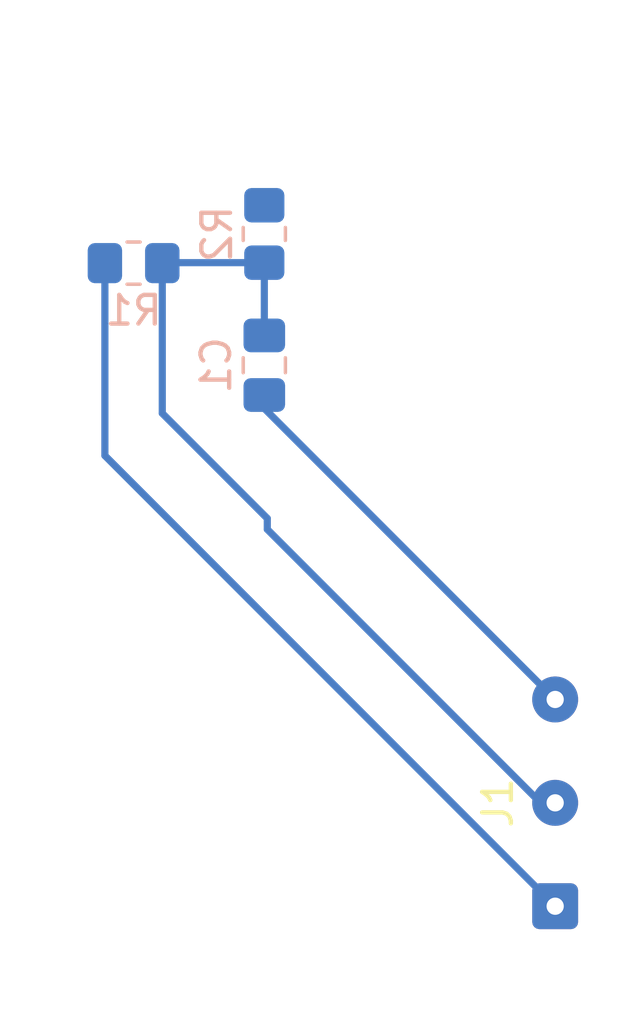
<source format=kicad_pcb>
(kicad_pcb (version 20211014) (generator pcbnew)
  (layers (0 "F.Cu" signal) (31 "B.Cu" signal) (34 "B.Paste" user) (35 "F.Paste" user) (36 "B.SilkS" user "B.Silkscreen") (37 "F.SilkS" user "F.Silkscreen") (38 "B.Mask" user) (39 "F.Mask" user) (44 "Edge.Cuts" user))
  (net 0 "")
  (net 1 "Net-(C1-Pad1)")
  (net 2 "Net-(SW1-Pad2)")
  (net 3 "GND")
  (net 4 "/3v3")
  (footprint "Connector_Wire:SolderWire-0.1sqmm_1x03_P3.6mm_D0.4mm_OD1mm" (layer "F.Cu") (at 54.864 78.022 90)
    (fp_text reference "J1" (at 3.6 -2 90) (layer "F.SilkS"))
    (fp_text value "Conn_01x03_Female")
    (pad "1" thru_hole roundrect (at 0 0 90) (size 1.6 1.6) (drill 0.6) (layers *.Cu *.Mask) (roundrect_rratio 0.15625) (net 4 "/3v3"))
    (pad "2" thru_hole circle (at 3.6 0 90) (size 1.6 1.6) (drill 0.6) (layers *.Cu *.Mask) (net 1 "Net-(C1-Pad1)"))
    (pad "3" thru_hole circle (at 7.2 0 90) (size 1.6 1.6) (drill 0.6) (layers *.Cu *.Mask) (net 3 "GND"))
  )
  (footprint "Capacitor_SMD:C_0805_2012Metric_Pad1.18x1.45mm_HandSolder" (layer "B.Cu") (at 44.7275 59.182 -90)
    (fp_text reference "C1" (at 0 1.68 90) (layer "B.SilkS") (effects (justify mirror)))
    (fp_text value "100n")
    (fp_line (start -0.261252 -0.735) (end 0.261252 -0.735) (layer "B.SilkS") (width 0.12))
    (fp_line (start -0.261252 0.735) (end 0.261252 0.735) (layer "B.SilkS") (width 0.12))
    (pad "1" smd roundrect (at -1.0375 0 270) (size 1.175 1.45) (layers "B.Cu" "B.Paste" "B.Mask") (roundrect_rratio 0.212766) (net 1 "Net-(C1-Pad1)"))
    (pad "2" smd roundrect (at 1.0375 0 270) (size 1.175 1.45) (layers "B.Cu" "B.Paste" "B.Mask") (roundrect_rratio 0.212766) (net 3 "GND"))
  )
  (footprint "Resistor_SMD:R_0805_2012Metric_Pad1.20x1.40mm_HandSolder" (layer "B.Cu") (at 44.7275 54.61 -90)
    (fp_text reference "R2" (at 0 1.65 90) (layer "B.SilkS") (effects (justify mirror)))
    (fp_text value "1k")
    (fp_line (start -0.227064 -0.735) (end 0.227064 -0.735) (layer "B.SilkS") (width 0.12))
    (fp_line (start -0.227064 0.735) (end 0.227064 0.735) (layer "B.SilkS") (width 0.12))
    (pad "1" smd roundrect (at -1 0 270) (size 1.2 1.4) (layers "B.Cu" "B.Paste" "B.Mask") (roundrect_rratio 0.208333) (net 2 "Net-(SW1-Pad2)"))
    (pad "2" smd roundrect (at 1 0 270) (size 1.2 1.4) (layers "B.Cu" "B.Paste" "B.Mask") (roundrect_rratio 0.208333) (net 1 "Net-(C1-Pad1)"))
  )
  (footprint "Resistor_SMD:R_0805_2012Metric_Pad1.20x1.40mm_HandSolder" (layer "B.Cu") (at 40.1715 55.626)
    (fp_text reference "R1" (at 0 1.65) (layer "B.SilkS") (effects (justify mirror)))
    (fp_text value "10k")
    (fp_line (start -0.227064 0.735) (end 0.227064 0.735) (layer "B.SilkS") (width 0.12))
    (fp_line (start -0.227064 -0.735) (end 0.227064 -0.735) (layer "B.SilkS") (width 0.12))
    (pad "1" smd roundrect (at -1 0) (size 1.2 1.4) (layers "B.Cu" "B.Paste" "B.Mask") (roundrect_rratio 0.208333) (net 4 "/3v3"))
    (pad "2" smd roundrect (at 1 0) (size 1.2 1.4) (layers "B.Cu" "B.Paste" "B.Mask") (roundrect_rratio 0.208333) (net 1 "Net-(C1-Pad1)"))
  )
  (segment (start 44.7275 55.61) (end 41.1875 55.61) (width 0.25) (layer "B.Cu") (net 1))
  (segment (start 41.1715 55.626) (end 41.1715 60.8565) (width 0.25) (layer "B.Cu") (net 1))
  (segment (start 41.1875 55.61) (end 41.1715 55.626) (width 0.25) (layer "B.Cu") (net 1))
  (segment (start 44.831 64.897) (end 54.356 74.422) (width 0.25) (layer "B.Cu") (net 1))
  (segment (start 44.7275 55.61) (end 44.7275 58.1445) (width 0.25) (layer "B.Cu") (net 1))
  (segment (start 54.356 74.422) (end 54.864 74.422) (width 0.25) (layer "B.Cu") (net 1))
  (segment (start 44.831 64.516) (end 44.831 64.897) (width 0.25) (layer "B.Cu") (net 1))
  (segment (start 41.1715 60.8565) (end 44.831 64.516) (width 0.25) (layer "B.Cu") (net 1))
  (segment (start 44.7275 60.6855) (end 44.7275 60.2195) (width 0.25) (layer "B.Cu") (net 3))
  (segment (start 54.864 70.822) (end 44.7275 60.6855) (width 0.25) (layer "B.Cu") (net 3))
  (segment (start 39.1715 62.3295) (end 54.864 78.022) (width 0.25) (layer "B.Cu") (net 4))
  (segment (start 39.1715 55.626) (end 39.1715 62.3295) (width 0.25) (layer "B.Cu") (net 4))
)
</source>
